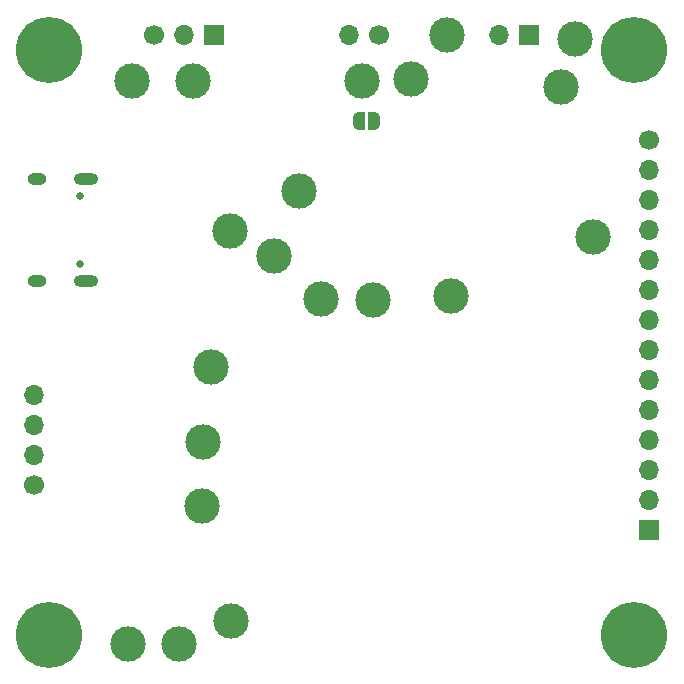
<source format=gbs>
G04 #@! TF.GenerationSoftware,KiCad,Pcbnew,8.0.6*
G04 #@! TF.CreationDate,2025-01-17T02:24:04-08:00*
G04 #@! TF.ProjectId,Constellation Stack V2.0,436f6e73-7465-46c6-9c61-74696f6e2053,rev?*
G04 #@! TF.SameCoordinates,Original*
G04 #@! TF.FileFunction,Soldermask,Bot*
G04 #@! TF.FilePolarity,Negative*
%FSLAX46Y46*%
G04 Gerber Fmt 4.6, Leading zero omitted, Abs format (unit mm)*
G04 Created by KiCad (PCBNEW 8.0.6) date 2025-01-17 02:24:04*
%MOMM*%
%LPD*%
G01*
G04 APERTURE LIST*
G04 Aperture macros list*
%AMFreePoly0*
4,1,19,0.500000,-0.750000,0.000000,-0.750000,0.000000,-0.744911,-0.071157,-0.744911,-0.207708,-0.704816,-0.327430,-0.627875,-0.420627,-0.520320,-0.479746,-0.390866,-0.500000,-0.250000,-0.500000,0.250000,-0.479746,0.390866,-0.420627,0.520320,-0.327430,0.627875,-0.207708,0.704816,-0.071157,0.744911,0.000000,0.744911,0.000000,0.750000,0.500000,0.750000,0.500000,-0.750000,0.500000,-0.750000,
$1*%
%AMFreePoly1*
4,1,19,0.000000,0.744911,0.071157,0.744911,0.207708,0.704816,0.327430,0.627875,0.420627,0.520320,0.479746,0.390866,0.500000,0.250000,0.500000,-0.250000,0.479746,-0.390866,0.420627,-0.520320,0.327430,-0.627875,0.207708,-0.704816,0.071157,-0.744911,0.000000,-0.744911,0.000000,-0.750000,-0.500000,-0.750000,-0.500000,0.750000,0.000000,0.750000,0.000000,0.744911,0.000000,0.744911,
$1*%
G04 Aperture macros list end*
%ADD10C,5.600000*%
%ADD11C,0.650000*%
%ADD12O,2.100000X1.000000*%
%ADD13O,1.600000X1.000000*%
%ADD14C,3.000000*%
%ADD15C,1.700000*%
%ADD16O,1.700000X1.700000*%
%ADD17R,1.700000X1.700000*%
%ADD18FreePoly0,0.000000*%
%ADD19FreePoly1,0.000000*%
G04 APERTURE END LIST*
D10*
X78740000Y-78740000D03*
D11*
X31815000Y-41560000D03*
X31815000Y-47340000D03*
D12*
X32315000Y-40130000D03*
D13*
X28135000Y-40130000D03*
D12*
X32315000Y-48770000D03*
D13*
X28135000Y-48770000D03*
D10*
X29210000Y-78740000D03*
X78740000Y-29210000D03*
X29210000Y-29210000D03*
D14*
X62860000Y-27980000D03*
X42870000Y-56080000D03*
X40175000Y-79490000D03*
X50370000Y-41190000D03*
X56580000Y-50380000D03*
X36200000Y-31870000D03*
X42180000Y-62470000D03*
X41410000Y-31850000D03*
X44600000Y-77610000D03*
D15*
X38100000Y-27940000D03*
D16*
X40640000Y-27940000D03*
D17*
X43179999Y-27940000D03*
D15*
X57150000Y-27940000D03*
D16*
X54610000Y-27940000D03*
D14*
X42140000Y-67850000D03*
X63246000Y-50038000D03*
X73725000Y-28350000D03*
X44510000Y-44590000D03*
X52240000Y-50310000D03*
X72500000Y-32375000D03*
D15*
X27940000Y-66040000D03*
D16*
X27940000Y-63500000D03*
X27940000Y-60960001D03*
X27940000Y-58420000D03*
D14*
X48220000Y-46710000D03*
D17*
X69850000Y-27940000D03*
D16*
X67310000Y-27940000D03*
D14*
X59850000Y-31710000D03*
D18*
X55425001Y-35292500D03*
D19*
X56724999Y-35292500D03*
D14*
X75280000Y-45110000D03*
X35890000Y-79490000D03*
X55690000Y-31880000D03*
D15*
X80010000Y-36830000D03*
D16*
X80010000Y-39370000D03*
X80010000Y-41910000D03*
X80010000Y-44450000D03*
X80010000Y-46990000D03*
X80010000Y-49530000D03*
X80010000Y-52070000D03*
X80010000Y-54610000D03*
X80010000Y-57150000D03*
X80010000Y-59690000D03*
X80010000Y-62230000D03*
X80010000Y-64770000D03*
X80010000Y-67310000D03*
D17*
X80010000Y-69850000D03*
M02*

</source>
